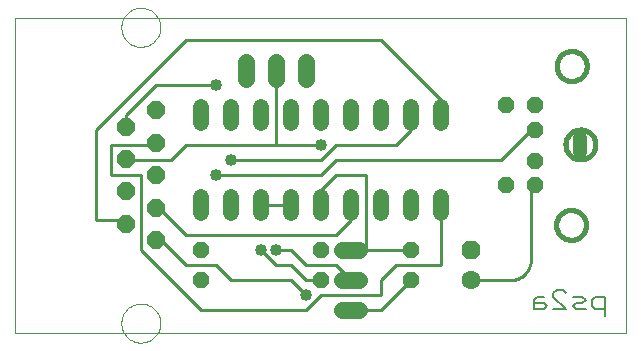
<source format=gbl>
G75*
%MOIN*%
%OFA0B0*%
%FSLAX24Y24*%
%IPPOS*%
%LPD*%
%AMOC8*
5,1,8,0,0,1.08239X$1,22.5*
%
%ADD10C,0.0000*%
%ADD11C,0.0060*%
%ADD12C,0.0160*%
%ADD13C,0.0520*%
%ADD14OC8,0.0520*%
%ADD15OC8,0.0630*%
%ADD16C,0.0630*%
%ADD17OC8,0.0554*%
%ADD18C,0.0476*%
%ADD19OC8,0.0600*%
%ADD20C,0.0560*%
%ADD21C,0.0100*%
%ADD22C,0.0400*%
D10*
X002995Y001085D02*
X002995Y011581D01*
X023365Y011581D01*
X023365Y001085D01*
X002995Y001085D01*
X006530Y001403D02*
X006532Y001453D01*
X006538Y001503D01*
X006548Y001553D01*
X006561Y001601D01*
X006578Y001649D01*
X006599Y001695D01*
X006623Y001739D01*
X006651Y001781D01*
X006682Y001821D01*
X006716Y001858D01*
X006753Y001893D01*
X006792Y001924D01*
X006833Y001953D01*
X006877Y001978D01*
X006923Y002000D01*
X006970Y002018D01*
X007018Y002032D01*
X007067Y002043D01*
X007117Y002050D01*
X007167Y002053D01*
X007218Y002052D01*
X007268Y002047D01*
X007318Y002038D01*
X007366Y002026D01*
X007414Y002009D01*
X007460Y001989D01*
X007505Y001966D01*
X007548Y001939D01*
X007588Y001909D01*
X007626Y001876D01*
X007661Y001840D01*
X007694Y001801D01*
X007723Y001760D01*
X007749Y001717D01*
X007772Y001672D01*
X007791Y001625D01*
X007806Y001577D01*
X007818Y001528D01*
X007826Y001478D01*
X007830Y001428D01*
X007830Y001378D01*
X007826Y001328D01*
X007818Y001278D01*
X007806Y001229D01*
X007791Y001181D01*
X007772Y001134D01*
X007749Y001089D01*
X007723Y001046D01*
X007694Y001005D01*
X007661Y000966D01*
X007626Y000930D01*
X007588Y000897D01*
X007548Y000867D01*
X007505Y000840D01*
X007460Y000817D01*
X007414Y000797D01*
X007366Y000780D01*
X007318Y000768D01*
X007268Y000759D01*
X007218Y000754D01*
X007167Y000753D01*
X007117Y000756D01*
X007067Y000763D01*
X007018Y000774D01*
X006970Y000788D01*
X006923Y000806D01*
X006877Y000828D01*
X006833Y000853D01*
X006792Y000882D01*
X006753Y000913D01*
X006716Y000948D01*
X006682Y000985D01*
X006651Y001025D01*
X006623Y001067D01*
X006599Y001111D01*
X006578Y001157D01*
X006561Y001205D01*
X006548Y001253D01*
X006538Y001303D01*
X006532Y001353D01*
X006530Y001403D01*
X006530Y011263D02*
X006532Y011313D01*
X006538Y011363D01*
X006548Y011413D01*
X006561Y011461D01*
X006578Y011509D01*
X006599Y011555D01*
X006623Y011599D01*
X006651Y011641D01*
X006682Y011681D01*
X006716Y011718D01*
X006753Y011753D01*
X006792Y011784D01*
X006833Y011813D01*
X006877Y011838D01*
X006923Y011860D01*
X006970Y011878D01*
X007018Y011892D01*
X007067Y011903D01*
X007117Y011910D01*
X007167Y011913D01*
X007218Y011912D01*
X007268Y011907D01*
X007318Y011898D01*
X007366Y011886D01*
X007414Y011869D01*
X007460Y011849D01*
X007505Y011826D01*
X007548Y011799D01*
X007588Y011769D01*
X007626Y011736D01*
X007661Y011700D01*
X007694Y011661D01*
X007723Y011620D01*
X007749Y011577D01*
X007772Y011532D01*
X007791Y011485D01*
X007806Y011437D01*
X007818Y011388D01*
X007826Y011338D01*
X007830Y011288D01*
X007830Y011238D01*
X007826Y011188D01*
X007818Y011138D01*
X007806Y011089D01*
X007791Y011041D01*
X007772Y010994D01*
X007749Y010949D01*
X007723Y010906D01*
X007694Y010865D01*
X007661Y010826D01*
X007626Y010790D01*
X007588Y010757D01*
X007548Y010727D01*
X007505Y010700D01*
X007460Y010677D01*
X007414Y010657D01*
X007366Y010640D01*
X007318Y010628D01*
X007268Y010619D01*
X007218Y010614D01*
X007167Y010613D01*
X007117Y010616D01*
X007067Y010623D01*
X007018Y010634D01*
X006970Y010648D01*
X006923Y010666D01*
X006877Y010688D01*
X006833Y010713D01*
X006792Y010742D01*
X006753Y010773D01*
X006716Y010808D01*
X006682Y010845D01*
X006651Y010885D01*
X006623Y010927D01*
X006599Y010971D01*
X006578Y011017D01*
X006561Y011065D01*
X006548Y011113D01*
X006538Y011163D01*
X006532Y011213D01*
X006530Y011263D01*
D11*
X020934Y002397D02*
X021041Y002504D01*
X021254Y002504D01*
X021361Y002397D01*
X021578Y002290D02*
X021899Y002290D01*
X022005Y002184D01*
X021899Y002077D01*
X021685Y002077D01*
X021578Y001970D01*
X021685Y001863D01*
X022005Y001863D01*
X022223Y001970D02*
X022330Y001863D01*
X022650Y001863D01*
X022650Y001650D02*
X022650Y002290D01*
X022330Y002290D01*
X022223Y002184D01*
X022223Y001970D01*
X021361Y001863D02*
X020934Y002290D01*
X020934Y002397D01*
X020610Y002290D02*
X020396Y002290D01*
X020289Y002184D01*
X020289Y001863D01*
X020610Y001863D01*
X020716Y001970D01*
X020610Y002077D01*
X020289Y002077D01*
X020934Y001863D02*
X021361Y001863D01*
D12*
X021026Y004676D02*
X021028Y004720D01*
X021034Y004764D01*
X021044Y004807D01*
X021057Y004849D01*
X021074Y004890D01*
X021095Y004929D01*
X021119Y004966D01*
X021146Y005001D01*
X021176Y005033D01*
X021209Y005063D01*
X021245Y005089D01*
X021282Y005113D01*
X021322Y005132D01*
X021363Y005149D01*
X021406Y005161D01*
X021449Y005170D01*
X021493Y005175D01*
X021537Y005176D01*
X021581Y005173D01*
X021625Y005166D01*
X021668Y005155D01*
X021710Y005141D01*
X021750Y005123D01*
X021789Y005101D01*
X021825Y005077D01*
X021859Y005049D01*
X021891Y005018D01*
X021920Y004984D01*
X021946Y004948D01*
X021968Y004910D01*
X021987Y004870D01*
X022002Y004828D01*
X022014Y004786D01*
X022022Y004742D01*
X022026Y004698D01*
X022026Y004654D01*
X022022Y004610D01*
X022014Y004566D01*
X022002Y004524D01*
X021987Y004482D01*
X021968Y004442D01*
X021946Y004404D01*
X021920Y004368D01*
X021891Y004334D01*
X021859Y004303D01*
X021825Y004275D01*
X021789Y004251D01*
X021750Y004229D01*
X021710Y004211D01*
X021668Y004197D01*
X021625Y004186D01*
X021581Y004179D01*
X021537Y004176D01*
X021493Y004177D01*
X021449Y004182D01*
X021406Y004191D01*
X021363Y004203D01*
X021322Y004220D01*
X021282Y004239D01*
X021245Y004263D01*
X021209Y004289D01*
X021176Y004319D01*
X021146Y004351D01*
X021119Y004386D01*
X021095Y004423D01*
X021074Y004462D01*
X021057Y004503D01*
X021044Y004545D01*
X021034Y004588D01*
X021028Y004632D01*
X021026Y004676D01*
X021334Y007358D02*
X021336Y007402D01*
X021342Y007446D01*
X021352Y007489D01*
X021365Y007531D01*
X021382Y007572D01*
X021403Y007611D01*
X021427Y007648D01*
X021454Y007683D01*
X021484Y007715D01*
X021517Y007745D01*
X021553Y007771D01*
X021590Y007795D01*
X021630Y007814D01*
X021671Y007831D01*
X021714Y007843D01*
X021757Y007852D01*
X021801Y007857D01*
X021845Y007858D01*
X021889Y007855D01*
X021933Y007848D01*
X021976Y007837D01*
X022018Y007823D01*
X022058Y007805D01*
X022097Y007783D01*
X022133Y007759D01*
X022167Y007731D01*
X022199Y007700D01*
X022228Y007666D01*
X022254Y007630D01*
X022276Y007592D01*
X022295Y007552D01*
X022310Y007510D01*
X022322Y007468D01*
X022330Y007424D01*
X022334Y007380D01*
X022334Y007336D01*
X022330Y007292D01*
X022322Y007248D01*
X022310Y007206D01*
X022295Y007164D01*
X022276Y007124D01*
X022254Y007086D01*
X022228Y007050D01*
X022199Y007016D01*
X022167Y006985D01*
X022133Y006957D01*
X022097Y006933D01*
X022058Y006911D01*
X022018Y006893D01*
X021976Y006879D01*
X021933Y006868D01*
X021889Y006861D01*
X021845Y006858D01*
X021801Y006859D01*
X021757Y006864D01*
X021714Y006873D01*
X021671Y006885D01*
X021630Y006902D01*
X021590Y006921D01*
X021553Y006945D01*
X021517Y006971D01*
X021484Y007001D01*
X021454Y007033D01*
X021427Y007068D01*
X021403Y007105D01*
X021382Y007144D01*
X021365Y007185D01*
X021352Y007227D01*
X021342Y007270D01*
X021336Y007314D01*
X021334Y007358D01*
X021043Y009971D02*
X021045Y010015D01*
X021051Y010059D01*
X021061Y010102D01*
X021074Y010144D01*
X021091Y010185D01*
X021112Y010224D01*
X021136Y010261D01*
X021163Y010296D01*
X021193Y010328D01*
X021226Y010358D01*
X021262Y010384D01*
X021299Y010408D01*
X021339Y010427D01*
X021380Y010444D01*
X021423Y010456D01*
X021466Y010465D01*
X021510Y010470D01*
X021554Y010471D01*
X021598Y010468D01*
X021642Y010461D01*
X021685Y010450D01*
X021727Y010436D01*
X021767Y010418D01*
X021806Y010396D01*
X021842Y010372D01*
X021876Y010344D01*
X021908Y010313D01*
X021937Y010279D01*
X021963Y010243D01*
X021985Y010205D01*
X022004Y010165D01*
X022019Y010123D01*
X022031Y010081D01*
X022039Y010037D01*
X022043Y009993D01*
X022043Y009949D01*
X022039Y009905D01*
X022031Y009861D01*
X022019Y009819D01*
X022004Y009777D01*
X021985Y009737D01*
X021963Y009699D01*
X021937Y009663D01*
X021908Y009629D01*
X021876Y009598D01*
X021842Y009570D01*
X021806Y009546D01*
X021767Y009524D01*
X021727Y009506D01*
X021685Y009492D01*
X021642Y009481D01*
X021598Y009474D01*
X021554Y009471D01*
X021510Y009472D01*
X021466Y009477D01*
X021423Y009486D01*
X021380Y009498D01*
X021339Y009515D01*
X021299Y009534D01*
X021262Y009558D01*
X021226Y009584D01*
X021193Y009614D01*
X021163Y009646D01*
X021136Y009681D01*
X021112Y009718D01*
X021091Y009757D01*
X021074Y009798D01*
X021061Y009840D01*
X021051Y009883D01*
X021045Y009927D01*
X021043Y009971D01*
D13*
X017180Y008593D02*
X017180Y008073D01*
X016180Y008073D02*
X016180Y008593D01*
X015180Y008593D02*
X015180Y008073D01*
X014180Y008073D02*
X014180Y008593D01*
X013180Y008593D02*
X013180Y008073D01*
X012180Y008073D02*
X012180Y008593D01*
X011180Y008593D02*
X011180Y008073D01*
X010180Y008073D02*
X010180Y008593D01*
X009180Y008593D02*
X009180Y008073D01*
X009180Y005593D02*
X009180Y005073D01*
X010180Y005073D02*
X010180Y005593D01*
X011180Y005593D02*
X011180Y005073D01*
X012180Y005073D02*
X012180Y005593D01*
X013180Y005593D02*
X013180Y005073D01*
X014180Y005073D02*
X014180Y005593D01*
X015180Y005593D02*
X015180Y005073D01*
X016180Y005073D02*
X016180Y005593D01*
X017180Y005593D02*
X017180Y005073D01*
D14*
X016180Y003833D03*
X016180Y002833D03*
X013180Y002833D03*
X013180Y003833D03*
X009180Y003833D03*
X009180Y002833D03*
D15*
X018180Y003833D03*
D16*
X018180Y002833D03*
D17*
X019349Y005995D03*
X020334Y005995D03*
X020334Y006822D03*
X020334Y007845D03*
X020334Y008672D03*
X019349Y008672D03*
D18*
X021830Y007571D02*
X021830Y007096D01*
D19*
X007680Y007413D03*
X006680Y007953D03*
X007680Y008493D03*
X006680Y006873D03*
X007680Y006333D03*
X006680Y005793D03*
X007680Y005253D03*
X006680Y004713D03*
X007680Y004173D03*
D20*
X013900Y003833D02*
X014460Y003833D01*
X014460Y002833D02*
X013900Y002833D01*
X013900Y001833D02*
X014460Y001833D01*
X012680Y009553D02*
X012680Y010113D01*
X011680Y010113D02*
X011680Y009553D01*
X010680Y009553D02*
X010680Y010113D01*
D21*
X011680Y009833D02*
X011680Y007333D01*
X013180Y007333D01*
X013180Y006833D02*
X013680Y007333D01*
X015680Y007333D01*
X016180Y007833D01*
X016180Y008333D01*
X017180Y008333D02*
X017180Y008833D01*
X015180Y010833D01*
X008680Y010833D01*
X005680Y007833D01*
X005680Y004833D01*
X006680Y004833D01*
X006680Y004713D01*
X007680Y004333D02*
X007680Y004173D01*
X007680Y004333D02*
X008680Y003333D01*
X009680Y003333D01*
X010180Y002833D01*
X012180Y002833D01*
X012680Y002333D01*
X012680Y001833D02*
X013180Y002333D01*
X015180Y002333D01*
X015180Y002833D01*
X015680Y003333D01*
X017180Y003333D01*
X017180Y005333D01*
X014680Y006333D02*
X014680Y003833D01*
X014180Y003833D01*
X014680Y003833D02*
X016180Y003833D01*
X016180Y002833D02*
X015180Y001833D01*
X014180Y001833D01*
X012680Y001833D02*
X009180Y001833D01*
X007180Y003833D01*
X007180Y006333D01*
X006180Y006333D01*
X006180Y007333D01*
X007680Y007333D01*
X007680Y007413D01*
X008180Y006833D02*
X008680Y007333D01*
X011680Y007333D01*
X010180Y006833D02*
X013180Y006833D01*
X013180Y006333D02*
X013680Y006833D01*
X019180Y006833D01*
X020180Y007833D01*
X020334Y007845D01*
X020334Y005995D02*
X020180Y005833D01*
X020180Y003513D01*
X020178Y003462D01*
X020172Y003412D01*
X020163Y003362D01*
X020150Y003313D01*
X020133Y003265D01*
X020113Y003218D01*
X020089Y003173D01*
X020062Y003130D01*
X020032Y003089D01*
X019998Y003050D01*
X019963Y003015D01*
X019924Y002981D01*
X019883Y002951D01*
X019840Y002924D01*
X019795Y002900D01*
X019748Y002880D01*
X019700Y002863D01*
X019651Y002850D01*
X019601Y002841D01*
X019551Y002835D01*
X019500Y002833D01*
X018180Y002833D01*
X014180Y002833D02*
X013680Y003333D01*
X012680Y003333D01*
X012180Y003833D01*
X011680Y003833D01*
X011680Y003333D02*
X011180Y003833D01*
X011680Y003333D02*
X012180Y003333D01*
X012680Y002833D01*
X013180Y002833D01*
X013680Y004333D02*
X008680Y004333D01*
X007680Y005333D01*
X007680Y005253D01*
X009680Y006333D02*
X013180Y006333D01*
X013180Y005833D02*
X013680Y006333D01*
X014680Y006333D01*
X013180Y005833D02*
X013180Y005333D01*
X014180Y005333D02*
X014180Y004833D01*
X013680Y004333D01*
X012180Y005333D02*
X011180Y005333D01*
X008180Y006833D02*
X006680Y006833D01*
X006680Y006873D01*
X006680Y007833D02*
X006680Y007953D01*
X006680Y008333D01*
X007680Y009333D01*
X009680Y009333D01*
D22*
X009680Y009333D03*
X013180Y007333D03*
X010180Y006833D03*
X009680Y006333D03*
X011180Y003833D03*
X011680Y003833D03*
X012680Y002333D03*
M02*

</source>
